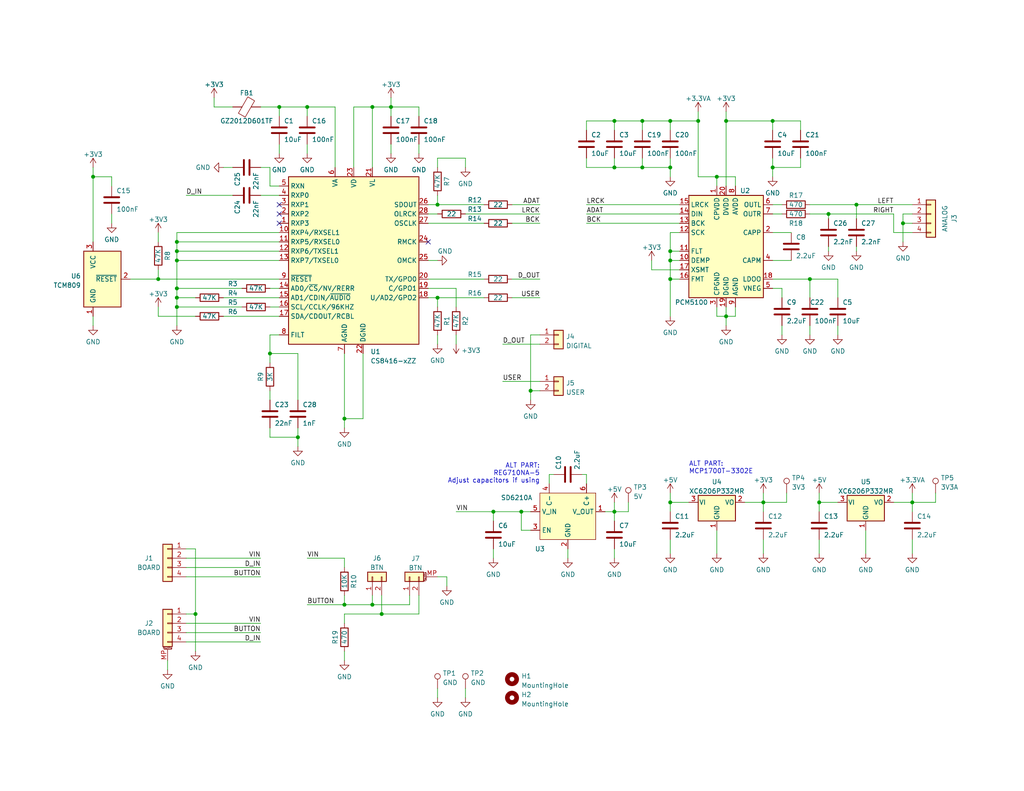
<source format=kicad_sch>
(kicad_sch (version 20211123) (generator eeschema)
  (paper "USLetter")
  (title_block (title "dac-attack") (date "2023-04-26") (rev "2023a") (company "Licensed under CERN-OHL-S v2"))
  (lib_symbols
    (symbol "Audio:CS8416-xZZ"
      (property "Reference" "U" (at 12.7 26.67 0))
      (property "Value" "CS8416-xZZ" (at 12.7 24.13 0))
      (symbol "CS8416-xZZ_1_1"
        (pin input line (at -20.32 10.16 0) (length 2.54) (name "RXP3") (number "1"))
        (pin input line (at -20.32 7.62 0) (length 2.54) (name "RXP4/RXSEL1") (number "10"))
        (pin input line (at -20.32 5.08 0) (length 2.54) (name "RXP5/RXSEL0") (number "11"))
        (pin input line (at -20.32 2.54 0) (length 2.54) (name "RXP6/TXSEL1") (number "12"))
        (pin input line (at -20.32 0 0) (length 2.54) (name "RXP7/TXSEL0") (number "13"))
        (pin input line (at -20.32 -7.62 0) (length 2.54) (name "AD0/~{CS}/NV/RERR") (number "14"))
        (pin input line (at -20.32 -10.16 0) (length 2.54) (name "AD1/CDIN/~{AUDIO}") (number "15"))
        (pin input line (at -20.32 -12.7 0) (length 2.54) (name "SCL/CCLK/96KHZ") (number "16"))
        (pin bidirectional line (at -20.32 -15.24 0) (length 2.54) (name "SDA/CDOUT/RCBL") (number "17"))
        (pin output line (at 20.32 -10.16 180) (length 2.54) (name "U/AD2/GPO2") (number "18"))
        (pin output line (at 20.32 -7.62 180) (length 2.54) (name "C/GPO1") (number "19"))
        (pin input line (at -20.32 12.7 0) (length 2.54) (name "RXP2") (number "2"))
        (pin output line (at 20.32 -5.08 180) (length 2.54) (name "TX/GPO0") (number "20"))
        (pin power_in line (at 5.08 25.4 270) (length 2.54) (name "VL") (number "21"))
        (pin power_in line (at 2.54 -25.4 90) (length 2.54) (name "DGND") (number "22"))
        (pin power_in line (at 0 25.4 270) (length 2.54) (name "VD") (number "23"))
        (pin output line (at 20.32 5.08 180) (length 2.54) (name "RMCK") (number "24"))
        (pin input line (at 20.32 0 180) (length 2.54) (name "OMCK") (number "25"))
        (pin output line (at 20.32 15.24 180) (length 2.54) (name "SDOUT") (number "26"))
        (pin bidirectional line (at 20.32 10.16 180) (length 2.54) (name "OSCLK") (number "27"))
        (pin bidirectional line (at 20.32 12.7 180) (length 2.54) (name "OLRCK") (number "28"))
        (pin input line (at -20.32 15.24 0) (length 2.54) (name "RXP1") (number "3"))
        (pin input line (at -20.32 17.78 0) (length 2.54) (name "RXP0") (number "4"))
        (pin input line (at -20.32 20.32 0) (length 2.54) (name "RXN") (number "5"))
        (pin power_in line (at -5.08 25.4 270) (length 2.54) (name "VA") (number "6"))
        (pin power_in line (at -2.54 -25.4 90) (length 2.54) (name "AGND") (number "7"))
        (pin passive line (at -20.32 -20.32 0) (length 2.54) (name "FILT") (number "8"))
        (pin input line (at -20.32 -5.08 0) (length 2.54) (name "~{RESET}") (number "9"))
      )
    )
    (symbol "Audio:PCM5100"
      (property "Reference" "U" (at -10.16 13.97 0))
      (property "Value" "PCM5100" (at 3.81 13.97 0))
      (symbol "PCM5100_1_1"
        (pin passive line (at -2.54 15.24 270) (length 2.54) (name "CPVDD") (number "1"))
        (pin input line (at -12.7 -5.08 0) (length 2.54) (name "DEMP") (number "10"))
        (pin input line (at -12.7 -2.54 0) (length 2.54) (name "FLT") (number "11"))
        (pin input line (at -12.7 2.54 0) (length 2.54) (name "SCK") (number "12"))
        (pin input line (at -12.7 5.08 0) (length 2.54) (name "BCK") (number "13"))
        (pin input line (at -12.7 7.62 0) (length 2.54) (name "DIN") (number "14"))
        (pin input line (at -12.7 10.16 0) (length 2.54) (name "LRCK") (number "15"))
        (pin input line (at -12.7 -10.16 0) (length 2.54) (name "FMT") (number "16"))
        (pin input line (at -12.7 -7.62 0) (length 2.54) (name "XSMT") (number "17"))
        (pin passive line (at 12.7 -10.16 180) (length 2.54) (name "LDOO") (number "18"))
        (pin power_in line (at 0 -17.78 90) (length 2.54) (name "DGND") (number "19"))
        (pin passive line (at 12.7 2.54 180) (length 2.54) (name "CAPP") (number "2"))
        (pin power_in line (at 0 15.24 270) (length 2.54) (name "DVDD") (number "20"))
        (pin power_in line (at -2.54 -17.78 90) (length 2.54) (name "CPGND") (number "3"))
        (pin passive line (at 12.7 -5.08 180) (length 2.54) (name "CAPM") (number "4"))
        (pin passive line (at 12.7 -12.7 180) (length 2.54) (name "VNEG") (number "5"))
        (pin output line (at 12.7 10.16 180) (length 2.54) (name "OUTL") (number "6"))
        (pin output line (at 12.7 7.62 180) (length 2.54) (name "OUTR") (number "7"))
        (pin power_in line (at 2.54 15.24 270) (length 2.54) (name "AVDD") (number "8"))
        (pin power_in line (at 2.54 -17.78 90) (length 2.54) (name "AGND") (number "9"))
      )
    )
    (symbol "Connector:TestPoint" (pin_numbers hide) (pin_names (offset 0.762) hide)
      (property "Reference" "TP" (at 0 6.858 0))
      (property "Value" "TestPoint" (at 0 5.08 0))
      (symbol "TestPoint_1_1"
        (pin passive line (at 0 0 90) (length 2.54) (name "1") (number "1"))
      )
    )
    (symbol "Connector_Generic:Conn_01x02" (pin_names (offset 1.016) hide)
      (property "Reference" "J" (at 0 2.54 0))
      (property "Value" "Conn_01x02" (at 0 -5.08 0))
      (symbol "Conn_01x02_1_1"
        (pin passive line (at -5.08 0 0) (length 3.81) (name "Pin_1") (number "1"))
        (pin passive line (at -5.08 -2.54 0) (length 3.81) (name "Pin_2") (number "2"))
      )
    )
    (symbol "Connector_Generic:Conn_01x04" (pin_names (offset 1.016) hide)
      (property "Reference" "J" (at 0 5.08 0))
      (property "Value" "Conn_01x04" (at 0 -7.62 0))
      (symbol "Conn_01x04_1_1"
        (pin passive line (at -5.08 2.54 0) (length 3.81) (name "Pin_1") (number "1"))
        (pin passive line (at -5.08 0 0) (length 3.81) (name "Pin_2") (number "2"))
        (pin passive line (at -5.08 -2.54 0) (length 3.81) (name "Pin_3") (number "3"))
        (pin passive line (at -5.08 -5.08 0) (length 3.81) (name "Pin_4") (number "4"))
      )
    )
    (symbol "Connector_Generic_MountingPin:Conn_01x02_MountingPin" (pin_names (offset 1.016) hide)
      (property "Reference" "J" (at 0 2.54 0))
      (property "Value" "Conn_01x02_MountingPin" (at 1.27 -5.08 0))
      (symbol "Conn_01x02_MountingPin_1_1"
        (text "Mounting" (at 0 -4.191 0) (effects (font (size 0.381 0.381))))
        (pin passive line (at -5.08 0 0) (length 3.81) (name "Pin_1") (number "1"))
        (pin passive line (at -5.08 -2.54 0) (length 3.81) (name "Pin_2") (number "2"))
        (pin passive line (at 0 -7.62 90) (length 3.048) (name "MountPin") (number "MP"))
      )
    )
    (symbol "Connector_Generic_MountingPin:Conn_01x04_MountingPin" (pin_names (offset 1.016) hide)
      (property "Reference" "J" (at 0 5.08 0))
      (property "Value" "Conn_01x04_MountingPin" (at 1.27 -7.62 0))
      (symbol "Conn_01x04_MountingPin_1_1"
        (text "Mounting" (at 0 -6.731 0) (effects (font (size 0.381 0.381))))
        (pin passive line (at -5.08 2.54 0) (length 3.81) (name "Pin_1") (number "1"))
        (pin passive line (at -5.08 0 0) (length 3.81) (name "Pin_2") (number "2"))
        (pin passive line (at -5.08 -2.54 0) (length 3.81) (name "Pin_3") (number "3"))
        (pin passive line (at -5.08 -5.08 0) (length 3.81) (name "Pin_4") (number "4"))
        (pin passive line (at 0 -10.16 90) (length 3.048) (name "MountPin") (number "MP"))
      )
    )
    (symbol "Device:C" (pin_numbers hide) (pin_names (offset 0.254))
      (property "Reference" "C" (at 0.635 2.54 0))
      (property "Value" "C" (at 0.635 -2.54 0))
      (symbol "C_1_1"
        (pin passive line (at 0 3.81 270) (length 2.794) (name "~") (number "1"))
        (pin passive line (at 0 -3.81 90) (length 2.794) (name "~") (number "2"))
      )
    )
    (symbol "Device:FerriteBead" (pin_numbers hide) (pin_names (offset 0))
      (property "Reference" "FB" (at -3.81 0.635 90))
      (property "Value" "FerriteBead" (at 3.81 0 90))
      (symbol "FerriteBead_1_1"
        (pin passive line (at 0 3.81 270) (length 2.54) (name "~") (number "1"))
        (pin passive line (at 0 -3.81 90) (length 2.54) (name "~") (number "2"))
      )
    )
    (symbol "Device:R" (pin_numbers hide) (pin_names (offset 0))
      (property "Reference" "R" (at 2.032 0 90))
      (property "Value" "R" (at 0 0 90))
      (symbol "R_1_1"
        (pin passive line (at 0 3.81 270) (length 1.27) (name "~") (number "1"))
        (pin passive line (at 0 -3.81 90) (length 1.27) (name "~") (number "2"))
      )
    )
    (symbol "Mechanical:MountingHole" (pin_names (offset 1.016))
      (property "Reference" "H" (at 0 5.08 0))
      (property "Value" "MountingHole" (at 0 3.175 0))
    )
    (symbol "Power_Supervisor:TCM809" (pin_names (offset 1.016))
      (property "Reference" "U" (at 0 8.89 0))
      (property "Value" "TCM809" (at -1.27 -8.89 0))
      (symbol "TCM809_1_1"
        (pin power_in line (at -2.54 -10.16 90) (length 2.54) (name "GND") (number "1"))
        (pin output line (at 7.62 0 180) (length 2.54) (name "~{RESET}") (number "2"))
        (pin power_in line (at -2.54 10.16 270) (length 2.54) (name "VCC") (number "3"))
      )
    )
    (symbol "Regulator_Linear:XC6206PxxxMR" (pin_names (offset 0.254))
      (property "Reference" "U" (at -3.81 3.175 0))
      (property "Value" "XC6206PxxxMR" (at 0 3.175 0))
      (symbol "XC6206PxxxMR_1_1"
        (pin power_in line (at 0 -7.62 90) (length 2.54) (name "GND") (number "1"))
        (pin power_out line (at 7.62 0 180) (length 2.54) (name "VO") (number "2"))
        (pin power_in line (at -7.62 0 0) (length 2.54) (name "VI") (number "3"))
      )
    )
    (symbol "dac-attack:REG710xxDBV"
      (property "Reference" "U" (at -7.62 -11.43 0))
      (property "Value" "REG710xxDBV" (at 7.62 -11.43 0))
      (symbol "REG710xxDBV_1_1"
        (pin power_out line (at 10.16 -2.54 180) (length 2.54) (name "V_OUT") (number "1"))
        (pin passive line (at 0 -12.7 90) (length 2.54) (name "GND") (number "2"))
        (pin input line (at -10.16 -7.62 0) (length 2.54) (name "EN") (number "3"))
        (pin passive line (at -5.08 5.08 270) (length 2.54) (name "C-") (number "4"))
        (pin power_in line (at -10.16 -2.54 0) (length 2.54) (name "V_IN") (number "5"))
        (pin passive line (at 5.08 5.08 270) (length 2.54) (name "C+") (number "6"))
      )
    )
    (symbol "power:+3.3V" (power) (pin_names (offset 0))
      (property "Value" "+3.3V" (at 0 3.556 0))
      (symbol "+3.3V_1_1"
        (pin power_in line (at 0 0 90) (length 0) hide (name "+3V3") (number "1"))
      )
    )
    (symbol "power:+3.3VA" (power) (pin_names (offset 0))
      (property "Value" "+3.3VA" (at 0 3.556 0))
      (symbol "+3.3VA_1_1"
        (pin power_in line (at 0 0 90) (length 0) hide (name "+3.3VA") (number "1"))
      )
    )
    (symbol "power:+5V" (power) (pin_names (offset 0))
      (property "Value" "+5V" (at 0 3.556 0))
      (symbol "+5V_1_1"
        (pin power_in line (at 0 0 90) (length 0) hide (name "+5V") (number "1"))
      )
    )
    (symbol "power:GND" (power) (pin_names (offset 0))
      (property "Value" "GND" (at 0 -3.81 0))
      (symbol "GND_1_1"
        (pin power_in line (at 0 0 270) (length 0) hide (name "GND") (number "1"))
      )
    )
  )
  (junction (at 48.26 68.58))
  (junction (at 48.26 78.74))
  (junction (at 210.82 33.02))
  (junction (at 81.28 119.38))
  (junction (at 43.18 76.2))
  (junction (at 190.5 33.02))
  (junction (at 106.68 29.21))
  (junction (at 76.2 29.21))
  (junction (at 142.24 139.7))
  (junction (at 119.38 81.28))
  (junction (at 182.88 45.72))
  (junction (at 53.34 167.64))
  (junction (at 182.88 76.2))
  (junction (at 119.38 55.88))
  (junction (at 73.66 96.52))
  (junction (at 182.88 71.12))
  (junction (at 246.38 60.96))
  (junction (at 25.4 48.26))
  (junction (at 208.28 137.16))
  (junction (at 198.12 33.02))
  (junction (at 175.26 33.02))
  (junction (at 182.88 68.58))
  (junction (at 233.68 55.88))
  (junction (at 198.12 86.36))
  (junction (at 182.88 137.16))
  (junction (at 195.58 48.26))
  (junction (at 223.52 137.16))
  (junction (at 175.26 45.72))
  (junction (at 134.62 139.7))
  (junction (at 104.14 167.64))
  (junction (at 48.26 83.82))
  (junction (at 144.78 106.68))
  (junction (at 48.26 71.12))
  (junction (at 93.98 114.3))
  (junction (at 83.82 29.21))
  (junction (at 48.26 66.04))
  (junction (at 248.92 137.16))
  (junction (at 167.64 139.7))
  (junction (at 226.06 58.42))
  (junction (at 220.98 76.2))
  (junction (at 101.6 165.1))
  (junction (at 210.82 45.72))
  (junction (at 48.26 81.28))
  (junction (at 167.64 45.72))
  (junction (at 167.64 33.02))
  (junction (at 182.88 33.02))
  (junction (at 101.6 29.21))
  (junction (at 93.98 165.1))
  (no_connect (at 116.84 66.04))
  (no_connect (at 76.2 55.88))
  (no_connect (at 76.2 58.42))
  (no_connect (at 76.2 60.96))
  (wire (pts (xy 223.52 147.32) (xy 223.52 151.13)))
  (wire (pts (xy 182.88 68.58) (xy 182.88 63.5)))
  (wire (pts (xy 53.34 167.64) (xy 53.34 177.8)))
  (wire (pts (xy 154.94 149.86) (xy 154.94 152.4)))
  (wire (pts (xy 182.88 71.12) (xy 185.42 71.12)))
  (wire (pts (xy 127 58.42) (xy 147.32 58.42)))
  (wire (pts (xy 248.92 137.16) (xy 255.27 137.16)))
  (wire (pts (xy 119.38 55.88) (xy 132.08 55.88)))
  (wire (pts (xy 139.7 60.96) (xy 147.32 60.96)))
  (wire (pts (xy 220.98 55.88) (xy 233.68 55.88)))
  (wire (pts (xy 71.12 45.72) (xy 73.66 45.72)))
  (wire (pts (xy 139.7 76.2) (xy 147.32 76.2)))
  (wire (pts (xy 144.78 91.44) (xy 144.78 106.68)))
  (wire (pts (xy 198.12 86.36) (xy 200.66 86.36)))
  (wire (pts (xy 119.38 81.28) (xy 119.38 83.82)))
  (wire (pts (xy 25.4 66.04) (xy 25.4 48.26)))
  (wire (pts (xy 200.66 48.26) (xy 200.66 50.8)))
  (wire (pts (xy 160.02 33.02) (xy 167.64 33.02)))
  (wire (pts (xy 158.75 129.54) (xy 160.02 129.54)))
  (wire (pts (xy 101.6 29.21) (xy 101.6 45.72)))
  (wire (pts (xy 93.98 152.4) (xy 83.82 152.4)))
  (wire (pts (xy 167.64 45.72) (xy 160.02 45.72)))
  (wire (pts (xy 71.12 29.21) (xy 76.2 29.21)))
  (wire (pts (xy 144.78 144.78) (xy 142.24 144.78)))
  (wire (pts (xy 210.82 55.88) (xy 213.36 55.88)))
  (wire (pts (xy 96.52 29.21) (xy 101.6 29.21)))
  (wire (pts (xy 182.88 147.32) (xy 182.88 151.13)))
  (wire (pts (xy 119.38 55.88) (xy 116.84 55.88)))
  (wire (pts (xy 73.66 83.82) (xy 76.2 83.82)))
  (wire (pts (xy 106.68 39.37) (xy 106.68 41.91)))
  (wire (pts (xy 167.64 33.02) (xy 175.26 33.02)))
  (wire (pts (xy 116.84 76.2) (xy 132.08 76.2)))
  (wire (pts (xy 233.68 55.88) (xy 248.92 55.88)))
  (wire (pts (xy 124.46 91.44) (xy 124.46 93.98)))
  (wire (pts (xy 104.14 167.64) (xy 104.14 162.56)))
  (wire (pts (xy 58.42 26.67) (xy 58.42 29.21)))
  (wire (pts (xy 151.13 129.54) (xy 149.86 129.54)))
  (wire (pts (xy 144.78 106.68) (xy 144.78 109.22)))
  (wire (pts (xy 73.66 106.68) (xy 73.66 109.22)))
  (wire (pts (xy 25.4 48.26) (xy 30.48 48.26)))
  (wire (pts (xy 182.88 76.2) (xy 182.88 86.36)))
  (wire (pts (xy 73.66 50.8) (xy 73.66 45.72)))
  (wire (pts (xy 73.66 96.52) (xy 81.28 96.52)))
  (wire (pts (xy 195.58 83.82) (xy 195.58 86.36)))
  (wire (pts (xy 220.98 88.9) (xy 220.98 91.44)))
  (wire (pts (xy 83.82 39.37) (xy 83.82 41.91)))
  (wire (pts (xy 203.2 137.16) (xy 208.28 137.16)))
  (wire (pts (xy 35.56 76.2) (xy 43.18 76.2)))
  (wire (pts (xy 124.46 78.74) (xy 124.46 83.82)))
  (wire (pts (xy 223.52 134.62) (xy 223.52 137.16)))
  (wire (pts (xy 182.88 76.2) (xy 185.42 76.2)))
  (wire (pts (xy 127 43.18) (xy 127 45.72)))
  (wire (pts (xy 167.64 139.7) (xy 167.64 142.24)))
  (wire (pts (xy 226.06 58.42) (xy 226.06 59.69)))
  (wire (pts (xy 93.98 96.52) (xy 93.98 114.3)))
  (wire (pts (xy 81.28 96.52) (xy 81.28 109.22)))
  (wire (pts (xy 111.76 165.1) (xy 111.76 162.56)))
  (wire (pts (xy 134.62 149.86) (xy 134.62 152.4)))
  (wire (pts (xy 119.38 53.34) (xy 119.38 55.88)))
  (wire (pts (xy 116.84 58.42) (xy 119.38 58.42)))
  (wire (pts (xy 76.2 50.8) (xy 73.66 50.8)))
  (wire (pts (xy 167.64 43.18) (xy 167.64 45.72)))
  (wire (pts (xy 182.88 137.16) (xy 182.88 139.7)))
  (wire (pts (xy 30.48 48.26) (xy 30.48 50.8)))
  (wire (pts (xy 114.3 29.21) (xy 114.3 31.75)))
  (wire (pts (xy 119.38 45.72) (xy 119.38 43.18)))
  (wire (pts (xy 144.78 91.44) (xy 147.32 91.44)))
  (wire (pts (xy 50.8 157.48) (xy 71.12 157.48)))
  (wire (pts (xy 246.38 60.96) (xy 246.38 66.04)))
  (wire (pts (xy 76.2 31.75) (xy 76.2 29.21)))
  (wire (pts (xy 248.92 134.62) (xy 248.92 137.16)))
  (wire (pts (xy 119.38 187.96) (xy 119.38 190.5)))
  (wire (pts (xy 48.26 68.58) (xy 76.2 68.58)))
  (wire (pts (xy 182.88 71.12) (xy 182.88 76.2)))
  (wire (pts (xy 233.68 67.31) (xy 233.68 68.58)))
  (wire (pts (xy 119.38 81.28) (xy 132.08 81.28)))
  (wire (pts (xy 210.82 78.74) (xy 213.36 78.74)))
  (wire (pts (xy 195.58 86.36) (xy 198.12 86.36)))
  (wire (pts (xy 116.84 71.12) (xy 119.38 71.12)))
  (wire (pts (xy 30.48 58.42) (xy 30.48 60.96)))
  (wire (pts (xy 114.3 39.37) (xy 114.3 41.91)))
  (wire (pts (xy 60.96 86.36) (xy 76.2 86.36)))
  (wire (pts (xy 214.63 137.16) (xy 214.63 134.62)))
  (wire (pts (xy 48.26 68.58) (xy 48.26 71.12)))
  (wire (pts (xy 48.26 81.28) (xy 48.26 83.82)))
  (wire (pts (xy 226.06 67.31) (xy 226.06 68.58)))
  (wire (pts (xy 233.68 55.88) (xy 233.68 59.69)))
  (wire (pts (xy 60.96 81.28) (xy 76.2 81.28)))
  (wire (pts (xy 63.5 45.72) (xy 60.96 45.72)))
  (wire (pts (xy 147.32 104.14) (xy 137.16 104.14)))
  (wire (pts (xy 198.12 86.36) (xy 198.12 88.9)))
  (wire (pts (xy 104.14 167.64) (xy 114.3 167.64)))
  (wire (pts (xy 208.28 137.16) (xy 208.28 139.7)))
  (wire (pts (xy 210.82 33.02) (xy 218.44 33.02)))
  (wire (pts (xy 48.26 78.74) (xy 48.26 81.28)))
  (wire (pts (xy 218.44 35.56) (xy 218.44 33.02)))
  (wire (pts (xy 43.18 73.66) (xy 43.18 76.2)))
  (wire (pts (xy 195.58 144.78) (xy 195.58 151.13)))
  (wire (pts (xy 210.82 58.42) (xy 213.36 58.42)))
  (wire (pts (xy 48.26 66.04) (xy 48.26 68.58)))
  (wire (pts (xy 50.8 167.64) (xy 53.34 167.64)))
  (wire (pts (xy 160.02 55.88) (xy 185.42 55.88)))
  (wire (pts (xy 255.27 137.16) (xy 255.27 134.62)))
  (wire (pts (xy 182.88 63.5) (xy 185.42 63.5)))
  (wire (pts (xy 71.12 53.34) (xy 76.2 53.34)))
  (wire (pts (xy 139.7 55.88) (xy 147.32 55.88)))
  (wire (pts (xy 243.84 58.42) (xy 243.84 63.5)))
  (wire (pts (xy 101.6 29.21) (xy 106.68 29.21)))
  (wire (pts (xy 144.78 106.68) (xy 147.32 106.68)))
  (wire (pts (xy 93.98 165.1) (xy 101.6 165.1)))
  (wire (pts (xy 160.02 33.02) (xy 160.02 35.56)))
  (wire (pts (xy 25.4 86.36) (xy 25.4 88.9)))
  (wire (pts (xy 106.68 29.21) (xy 106.68 31.75)))
  (wire (pts (xy 48.26 66.04) (xy 76.2 66.04)))
  (wire (pts (xy 220.98 76.2) (xy 220.98 81.28)))
  (wire (pts (xy 101.6 165.1) (xy 111.76 165.1)))
  (wire (pts (xy 175.26 43.18) (xy 175.26 45.72)))
  (wire (pts (xy 48.26 81.28) (xy 53.34 81.28)))
  (wire (pts (xy 190.5 33.02) (xy 190.5 48.26)))
  (wire (pts (xy 116.84 60.96) (xy 132.08 60.96)))
  (wire (pts (xy 93.98 167.64) (xy 93.98 170.18)))
  (wire (pts (xy 175.26 33.02) (xy 175.26 35.56)))
  (wire (pts (xy 208.28 137.16) (xy 214.63 137.16)))
  (wire (pts (xy 48.26 78.74) (xy 66.04 78.74)))
  (wire (pts (xy 208.28 134.62) (xy 208.28 137.16)))
  (wire (pts (xy 182.88 134.62) (xy 182.88 137.16)))
  (wire (pts (xy 116.84 78.74) (xy 124.46 78.74)))
  (wire (pts (xy 248.92 58.42) (xy 246.38 58.42)))
  (wire (pts (xy 147.32 93.98) (xy 137.16 93.98)))
  (wire (pts (xy 223.52 137.16) (xy 223.52 139.7)))
  (wire (pts (xy 248.92 147.32) (xy 248.92 151.13)))
  (wire (pts (xy 210.82 45.72) (xy 218.44 45.72)))
  (wire (pts (xy 210.82 71.12) (xy 215.9 71.12)))
  (wire (pts (xy 83.82 31.75) (xy 83.82 29.21)))
  (wire (pts (xy 83.82 165.1) (xy 93.98 165.1)))
  (wire (pts (xy 53.34 149.86) (xy 53.34 167.64)))
  (wire (pts (xy 119.38 157.48) (xy 121.92 157.48)))
  (wire (pts (xy 127 187.96) (xy 127 190.5)))
  (wire (pts (xy 48.26 83.82) (xy 66.04 83.82)))
  (wire (pts (xy 208.28 147.32) (xy 208.28 151.13)))
  (wire (pts (xy 182.88 33.02) (xy 190.5 33.02)))
  (wire (pts (xy 210.82 45.72) (xy 210.82 48.26)))
  (wire (pts (xy 210.82 76.2) (xy 220.98 76.2)))
  (wire (pts (xy 210.82 63.5) (xy 215.9 63.5)))
  (wire (pts (xy 182.88 68.58) (xy 185.42 68.58)))
  (wire (pts (xy 106.68 26.67) (xy 106.68 29.21)))
  (wire (pts (xy 182.88 45.72) (xy 175.26 45.72)))
  (wire (pts (xy 220.98 58.42) (xy 226.06 58.42)))
  (wire (pts (xy 71.12 152.4) (xy 50.8 152.4)))
  (wire (pts (xy 210.82 33.02) (xy 210.82 35.56)))
  (wire (pts (xy 142.24 139.7) (xy 142.24 144.78)))
  (wire (pts (xy 160.02 58.42) (xy 185.42 58.42)))
  (wire (pts (xy 243.84 63.5) (xy 248.92 63.5)))
  (wire (pts (xy 76.2 91.44) (xy 73.66 91.44)))
  (wire (pts (xy 165.1 139.7) (xy 167.64 139.7)))
  (wire (pts (xy 195.58 48.26) (xy 195.58 50.8)))
  (wire (pts (xy 124.46 139.7) (xy 134.62 139.7)))
  (wire (pts (xy 25.4 45.72) (xy 25.4 48.26)))
  (wire (pts (xy 210.82 43.18) (xy 210.82 45.72)))
  (wire (pts (xy 190.5 48.26) (xy 195.58 48.26)))
  (wire (pts (xy 177.8 73.66) (xy 185.42 73.66)))
  (wire (pts (xy 149.86 129.54) (xy 149.86 132.08)))
  (wire (pts (xy 50.8 172.72) (xy 71.12 172.72)))
  (wire (pts (xy 48.26 83.82) (xy 48.26 88.9)))
  (wire (pts (xy 182.88 43.18) (xy 182.88 45.72)))
  (wire (pts (xy 48.26 63.5) (xy 48.26 66.04)))
  (wire (pts (xy 198.12 83.82) (xy 198.12 86.36)))
  (wire (pts (xy 200.66 86.36) (xy 200.66 83.82)))
  (wire (pts (xy 58.42 29.21) (xy 63.5 29.21)))
  (wire (pts (xy 228.6 88.9) (xy 228.6 91.44)))
  (wire (pts (xy 198.12 33.02) (xy 198.12 50.8)))
  (wire (pts (xy 43.18 76.2) (xy 76.2 76.2)))
  (wire (pts (xy 160.02 129.54) (xy 160.02 132.08)))
  (wire (pts (xy 198.12 33.02) (xy 210.82 33.02)))
  (wire (pts (xy 167.64 33.02) (xy 167.64 35.56)))
  (wire (pts (xy 73.66 78.74) (xy 76.2 78.74)))
  (wire (pts (xy 243.84 137.16) (xy 248.92 137.16)))
  (wire (pts (xy 114.3 167.64) (xy 114.3 162.56)))
  (wire (pts (xy 223.52 137.16) (xy 228.6 137.16)))
  (wire (pts (xy 182.88 33.02) (xy 182.88 35.56)))
  (wire (pts (xy 116.84 81.28) (xy 119.38 81.28)))
  (wire (pts (xy 50.8 149.86) (xy 53.34 149.86)))
  (wire (pts (xy 182.88 68.58) (xy 182.88 71.12)))
  (wire (pts (xy 167.64 137.16) (xy 167.64 139.7)))
  (wire (pts (xy 43.18 63.5) (xy 43.18 66.04)))
  (wire (pts (xy 195.58 48.26) (xy 200.66 48.26)))
  (wire (pts (xy 144.78 139.7) (xy 142.24 139.7)))
  (wire (pts (xy 248.92 137.16) (xy 248.92 139.7)))
  (wire (pts (xy 177.8 71.12) (xy 177.8 73.66)))
  (wire (pts (xy 220.98 76.2) (xy 228.6 76.2)))
  (wire (pts (xy 175.26 33.02) (xy 182.88 33.02)))
  (wire (pts (xy 50.8 53.34) (xy 63.5 53.34)))
  (wire (pts (xy 167.64 149.86) (xy 167.64 152.4)))
  (wire (pts (xy 182.88 45.72) (xy 182.88 48.26)))
  (wire (pts (xy 73.66 96.52) (xy 73.66 99.06)))
  (wire (pts (xy 50.8 154.94) (xy 71.12 154.94)))
  (wire (pts (xy 50.8 175.26) (xy 71.12 175.26)))
  (wire (pts (xy 93.98 177.8) (xy 93.98 180.34)))
  (wire (pts (xy 101.6 165.1) (xy 101.6 162.56)))
  (wire (pts (xy 160.02 60.96) (xy 185.42 60.96)))
  (wire (pts (xy 106.68 29.21) (xy 114.3 29.21)))
  (wire (pts (xy 182.88 137.16) (xy 187.96 137.16)))
  (wire (pts (xy 81.28 119.38) (xy 81.28 121.92)))
  (wire (pts (xy 81.28 116.84) (xy 81.28 119.38)))
  (wire (pts (xy 246.38 60.96) (xy 248.92 60.96)))
  (wire (pts (xy 175.26 45.72) (xy 167.64 45.72)))
  (wire (pts (xy 119.38 91.44) (xy 119.38 93.98)))
  (wire (pts (xy 83.82 29.21) (xy 91.44 29.21)))
  (wire (pts (xy 43.18 83.82) (xy 43.18 86.36)))
  (wire (pts (xy 93.98 162.56) (xy 93.98 165.1)))
  (wire (pts (xy 190.5 30.48) (xy 190.5 33.02)))
  (wire (pts (xy 213.36 78.74) (xy 213.36 81.28)))
  (wire (pts (xy 93.98 154.94) (xy 93.98 152.4)))
  (wire (pts (xy 119.38 43.18) (xy 127 43.18)))
  (wire (pts (xy 76.2 29.21) (xy 83.82 29.21)))
  (wire (pts (xy 96.52 45.72) (xy 96.52 29.21)))
  (wire (pts (xy 160.02 43.18) (xy 160.02 45.72)))
  (wire (pts (xy 50.8 170.18) (xy 71.12 170.18)))
  (wire (pts (xy 134.62 139.7) (xy 134.62 142.24)))
  (wire (pts (xy 228.6 76.2) (xy 228.6 81.28)))
  (wire (pts (xy 48.26 71.12) (xy 48.26 78.74)))
  (wire (pts (xy 99.06 96.52) (xy 99.06 114.3)))
  (wire (pts (xy 91.44 29.21) (xy 91.44 45.72)))
  (wire (pts (xy 121.92 157.48) (xy 121.92 160.02)))
  (wire (pts (xy 171.45 139.7) (xy 171.45 137.16)))
  (wire (pts (xy 93.98 167.64) (xy 104.14 167.64)))
  (wire (pts (xy 99.06 114.3) (xy 93.98 114.3)))
  (wire (pts (xy 73.66 119.38) (xy 81.28 119.38)))
  (wire (pts (xy 213.36 88.9) (xy 213.36 91.44)))
  (wire (pts (xy 226.06 58.42) (xy 243.84 58.42)))
  (wire (pts (xy 218.44 45.72) (xy 218.44 43.18)))
  (wire (pts (xy 73.66 91.44) (xy 73.66 96.52)))
  (wire (pts (xy 142.24 139.7) (xy 134.62 139.7)))
  (wire (pts (xy 48.26 63.5) (xy 76.2 63.5)))
  (wire (pts (xy 198.12 30.48) (xy 198.12 33.02)))
  (wire (pts (xy 48.26 71.12) (xy 76.2 71.12)))
  (wire (pts (xy 167.64 139.7) (xy 171.45 139.7)))
  (wire (pts (xy 73.66 116.84) (xy 73.66 119.38)))
  (wire (pts (xy 246.38 58.42) (xy 246.38 60.96)))
  (wire (pts (xy 236.22 144.78) (xy 236.22 151.13)))
  (wire (pts (xy 45.72 180.34) (xy 45.72 182.88)))
  (wire (pts (xy 76.2 39.37) (xy 76.2 41.91)))
  (wire (pts (xy 93.98 114.3) (xy 93.98 116.84)))
  (wire (pts (xy 139.7 81.28) (xy 147.32 81.28)))
  (wire (pts (xy 43.18 86.36) (xy 53.34 86.36)))
  (text "ALT PART:\nMCP1700T-3302E" (at 187.96 129.54 0) (effects (font (size 1.27 1.27)) (justify left bottom)))
  (text "ALT PART:\nREG710NA-5\nAdjust capacitors if using" (at 147.32 132.08 180) (effects (font (size 1.27 1.27)) (justify right bottom)))
  (label "LEFT" (at 243.84 55.88 180))
  (label "VIN" (at 83.82 152.4 0))
  (label "D_IN" (at 50.8 53.34 0))
  (label "BUTTON" (at 71.12 157.48 180))
  (label "BCK" (at 147.32 60.96 180))
  (label "VIN" (at 71.12 170.18 180))
  (label "BUTTON" (at 71.12 172.72 180))
  (label "VIN" (at 124.46 139.7 0))
  (label "D_OUT" (at 137.16 93.98 0))
  (label "D_IN" (at 71.12 175.26 180))
  (label "RIGHT" (at 243.84 58.42 180))
  (label "BCK" (at 160.02 60.96 0))
  (label "ADAT" (at 160.02 58.42 0))
  (label "USER" (at 137.16 104.14 0))
  (label "LRCK" (at 160.02 55.88 0))
  (label "D_OUT" (at 147.32 76.2 180))
  (label "VIN" (at 71.12 152.4 180))
  (label "D_IN" (at 71.12 154.94 180))
  (label "USER" (at 147.32 81.28 180))
  (label "ADAT" (at 147.32 55.88 180))
  (label "BUTTON" (at 83.82 165.1 0))
  (label "LRCK" (at 147.32 58.42 180))
  (symbol (lib_id "Device:R") (at 217.17 55.88 90) (mirror x) (unit 1)
    (property "Reference" "R17" (at 217.17 53.34 90))
    (property "Value" "470" (at 217.17 55.88 90))
    (property "Footprint" "Resistor_SMD:R_0402_1005Metric" (effects hide))
  )
  (symbol (lib_id "power:GND") (at 144.78 109.22 0) (unit 1)
    (property "Reference" "#PWR0112" (effects hide))
    (property "Value" "GND" (at 144.78 113.6634 0))
  )
  (symbol (lib_id "Device:R") (at 135.89 55.88 90) (unit 1)
    (property "Reference" "R12" (at 129.54 54.61 90))
    (property "Value" "22" (at 135.89 55.88 90))
    (property "Footprint" "Resistor_SMD:R_0402_1005Metric" (effects hide))
  )
  (symbol (lib_id "Device:C") (at 67.31 45.72 90) (mirror x) (unit 1)
    (property "Reference" "C25" (at 64.77 46.99 0) (effects (justify left)))
    (property "Value" "22nF" (at 69.85 46.99 0) (effects (justify left)))
    (property "Footprint" "Capacitor_SMD:C_0402_1005Metric" (effects hide))
  )
  (symbol (lib_id "power:+3.3V") (at 177.8 71.12 0) (unit 1)
    (property "Reference" "#PWR0105" (effects hide))
    (property "Value" "+3.3V" (at 177.8 67.5442 0))
  )
  (symbol (lib_id "power:GND") (at 48.26 88.9 0) (unit 1)
    (property "Reference" "#PWR0119" (effects hide))
    (property "Value" "GND" (at 48.26 93.3434 0))
  )
  (symbol (lib_id "power:GND") (at 154.94 152.4 0) (unit 1)
    (property "Reference" "#PWR0145" (effects hide))
    (property "Value" "GND" (at 154.94 156.8434 0))
  )
  (symbol (lib_id "Connector_Generic_MountingPin:Conn_01x02_MountingPin") (at 111.76 157.48 90) (unit 1)
    (property "Reference" "J7" (at 113.3856 152.5102 90))
    (property "Value" "BTN" (at 113.3856 155.0471 90))
    (property "Footprint" "Connector_JST:JST_SH_SM02B-SRSS-TB_1x02-1MP_P1.00mm_Horizontal" (effects hide))
  )
  (symbol (lib_id "power:+3.3V") (at 208.28 134.62 0) (unit 1)
    (property "Reference" "#PWR0113" (effects hide))
    (property "Value" "+3.3V" (at 208.28 131.0442 0))
  )
  (symbol (lib_id "Device:C") (at 226.06 63.5 0) (unit 1)
    (property "Reference" "C26" (at 227.33 60.96 0) (effects (justify left)))
    (property "Value" "2.2nF" (at 227.33 66.04 0) (effects (justify left)))
    (property "Footprint" "Capacitor_SMD:C_0805_2012Metric" (effects hide))
  )
  (symbol (lib_id "Device:C") (at 223.52 143.51 0) (unit 1)
    (property "Reference" "C13" (at 224.79 140.97 0) (effects (justify left)))
    (property "Value" "2.2uF" (at 224.79 146.05 0) (effects (justify left)))
    (property "Footprint" "Capacitor_SMD:C_0603_1608Metric" (effects hide))
  )
  (symbol (lib_id "Device:R") (at 93.98 158.75 0) (unit 1)
    (property "Reference" "R10" (at 96.52 158.75 90))
    (property "Value" "10K" (at 93.98 158.75 90))
    (property "Footprint" "Resistor_SMD:R_0402_1005Metric" (effects hide))
  )
  (symbol (lib_id "Device:R") (at 124.46 87.63 0) (unit 1)
    (property "Reference" "R2" (at 127 87.63 90))
    (property "Value" "47K" (at 124.46 87.63 90))
    (property "Footprint" "Resistor_SMD:R_0402_1005Metric" (effects hide))
  )
  (symbol (lib_id "power:GND") (at 182.88 48.26 0) (unit 1)
    (property "Reference" "#PWR0136" (effects hide))
    (property "Value" "GND" (at 182.88 52.7034 0))
  )
  (symbol (lib_id "Connector_Generic:Conn_01x02") (at 101.6 157.48 90) (unit 1)
    (property "Reference" "J6" (at 102.87 152.4 90))
    (property "Value" "BTN" (at 102.87 154.94 90))
    (property "Footprint" "Connector_PinHeader_2.54mm:PinHeader_1x02_P2.54mm_Vertical" (effects hide))
  )
  (symbol (lib_id "Audio:PCM5100") (at 198.12 66.04 0) (unit 1)
    (property "Reference" "U2" (at 201.93 52.07 0) (effects (justify left)))
    (property "Value" "PCM5100" (at 184.15 82.55 0) (effects (justify left)))
    (property "Footprint" "Package_SO:TSSOP-20_4.4x6.5mm_P0.65mm" (effects hide))
    (property "Datasheet" "http://www.ti.com/lit/ds/symlink/pcm5100.pdf" (effects hide))
  )
  (symbol (lib_id "power:GND") (at 233.68 68.58 0) (unit 1)
    (property "Reference" "#PWR0128" (effects hide))
    (property "Value" "GND" (at 233.68 73.0234 0))
  )
  (symbol (lib_id "dac-attack:REG710xxDBV") (at 154.94 137.16 0) (unit 1)
    (property "Reference" "U3" (at 147.32 149.86 0))
    (property "Value" "SD6210A" (at 140.97 135.89 0))
    (property "Footprint" "Package_TO_SOT_SMD:SOT-23-6" (effects hide))
  )
  (symbol (lib_id "Device:R") (at 123.19 58.42 90) (unit 1)
    (property "Reference" "R13" (at 129.54 57.15 90))
    (property "Value" "22" (at 123.19 58.42 90))
    (property "Footprint" "Resistor_SMD:R_0402_1005Metric" (effects hide))
  )
  (symbol (lib_id "power:GND") (at 127 45.72 0) (unit 1)
    (property "Reference" "#PWR0138" (effects hide))
    (property "Value" "GND" (at 127 50.1634 0))
  )
  (symbol (lib_id "power:GND") (at 127 190.5 0) (unit 1)
    (property "Reference" "#PWR0151" (effects hide))
    (property "Value" "GND" (at 127 194.9434 0))
  )
  (symbol (lib_id "Device:FerriteBead") (at 67.31 29.21 90) (unit 1)
    (property "Reference" "FB1" (at 67.31 25.4 90))
    (property "Value" "GZ2012D601TF" (at 67.31 33.02 90))
    (property "Footprint" "Inductor_SMD:L_0805_2012Metric" (effects hide))
  )
  (symbol (lib_id "power:+3.3VA") (at 248.92 134.62 0) (unit 1)
    (property "Reference" "#PWR0143" (effects hide))
    (property "Value" "+3.3VA" (at 248.92 131.0442 0))
  )
  (symbol (lib_id "power:GND") (at 248.92 151.13 0) (unit 1)
    (property "Reference" "#PWR0120" (effects hide))
    (property "Value" "GND" (at 248.92 155.5734 0))
  )
  (symbol (lib_id "Regulator_Linear:XC6206PxxxMR") (at 195.58 137.16 0) (unit 1)
    (property "Reference" "U4" (at 195.58 131.5552 0))
    (property "Value" "XC6206P332MR" (at 195.58 134.0921 0))
    (property "Footprint" "Package_TO_SOT_SMD:SOT-23" (effects hide))
    (property "Datasheet" "https://www.torexsemi.com/file/xc6206/XC6206.pdf" (effects hide))
  )
  (symbol (lib_id "power:+3.3VA") (at 190.5 30.48 0) (unit 1)
    (property "Reference" "#PWR0121" (effects hide))
    (property "Value" "+3.3VA" (at 190.5 26.9042 0))
  )
  (symbol (lib_id "power:GND") (at 198.12 88.9 0) (unit 1)
    (property "Reference" "#PWR0130" (effects hide))
    (property "Value" "GND" (at 198.12 93.3434 0))
  )
  (symbol (lib_id "Audio:CS8416-xZZ") (at 96.52 71.12 0) (unit 1)
    (property "Reference" "U1" (at 101.0794 96.0104 0) (effects (justify left)))
    (property "Value" "CS8416-xZZ" (at 101.0794 98.5473 0) (effects (justify left)))
    (property "Footprint" "Package_SO:TSSOP-28_4.4x9.7mm_P0.65mm" (effects hide))
    (property "Datasheet" "https://d3uzseaevmutz1.cloudfront.net/pubs/proDatasheet/CS8416_F3.pdf" (effects hide))
  )
  (symbol (lib_id "power:GND") (at 213.36 91.44 0) (unit 1)
    (property "Reference" "#PWR0131" (effects hide))
    (property "Value" "GND" (at 213.36 95.8834 0))
  )
  (symbol (lib_id "Connector_Generic:Conn_01x02") (at 152.4 104.14 0) (unit 1)
    (property "Reference" "J5" (at 154.432 104.5753 0) (effects (justify left)))
    (property "Value" "USER" (at 154.432 107.1122 0) (effects (justify left)))
    (property "Footprint" "Connector_PinHeader_2.54mm:PinHeader_1x02_P2.54mm_Vertical" (effects hide))
  )
  (symbol (lib_id "Device:C") (at 106.68 35.56 0) (unit 1)
    (property "Reference" "C17" (at 107.95 33.02 0) (effects (justify left)))
    (property "Value" "100nF" (at 107.95 38.1 0) (effects (justify left)))
    (property "Footprint" "Capacitor_SMD:C_0402_1005Metric" (effects hide))
  )
  (symbol (lib_id "Device:C") (at 167.64 146.05 0) (unit 1)
    (property "Reference" "C7" (at 168.91 143.51 0) (effects (justify left)))
    (property "Value" "10uF" (at 168.91 148.59 0) (effects (justify left)))
    (property "Footprint" "Capacitor_SMD:C_0603_1608Metric" (effects hide))
  )
  (symbol (lib_id "power:GND") (at 226.06 68.58 0) (unit 1)
    (property "Reference" "#PWR0127" (effects hide))
    (property "Value" "GND" (at 226.06 73.0234 0))
  )
  (symbol (lib_id "power:GND") (at 182.88 151.13 0) (unit 1)
    (property "Reference" "#PWR0115" (effects hide))
    (property "Value" "GND" (at 182.88 155.5734 0))
  )
  (symbol (lib_id "Device:C") (at 81.28 113.03 0) (unit 1)
    (property "Reference" "C28" (at 82.55 110.49 0) (effects (justify left)))
    (property "Value" "1nF" (at 82.55 115.57 0) (effects (justify left)))
    (property "Footprint" "Capacitor_SMD:C_0402_1005Metric" (effects hide))
  )
  (symbol (lib_id "power:GND") (at 93.98 116.84 0) (unit 1)
    (property "Reference" "#PWR0102" (effects hide))
    (property "Value" "GND" (at 93.98 121.2834 0))
  )
  (symbol (lib_id "power:GND") (at 228.6 91.44 0) (unit 1)
    (property "Reference" "#PWR0129" (effects hide))
    (property "Value" "GND" (at 228.6 95.8834 0))
  )
  (symbol (lib_id "Device:C") (at 134.62 146.05 0) (unit 1)
    (property "Reference" "C6" (at 135.89 143.51 0) (effects (justify left)))
    (property "Value" "10uF" (at 135.89 148.59 0) (effects (justify left)))
    (property "Footprint" "Capacitor_SMD:C_0603_1608Metric" (effects hide))
  )
  (symbol (lib_id "Device:C") (at 210.82 39.37 0) (unit 1)
    (property "Reference" "C4" (at 212.09 36.83 0) (effects (justify left)))
    (property "Value" "10uF" (at 212.09 41.91 0) (effects (justify left)))
    (property "Footprint" "Capacitor_SMD:C_0603_1608Metric" (effects hide))
  )
  (symbol (lib_id "power:GND") (at 30.48 60.96 0) (unit 1)
    (property "Reference" "#PWR0149" (effects hide))
    (property "Value" "GND" (at 30.48 65.4034 0))
  )
  (symbol (lib_id "Device:R") (at 57.15 86.36 90) (unit 1)
    (property "Reference" "R6" (at 63.5 85.09 90))
    (property "Value" "47K" (at 57.15 86.36 90))
    (property "Footprint" "Resistor_SMD:R_0402_1005Metric" (effects hide))
  )
  (symbol (lib_id "power:+3.3V") (at 25.4 45.72 0) (unit 1)
    (property "Reference" "#PWR0150" (effects hide))
    (property "Value" "+3.3V" (at 25.4 42.1442 0))
  )
  (symbol (lib_id "power:GND") (at 119.38 93.98 0) (unit 1)
    (property "Reference" "#PWR0104" (effects hide))
    (property "Value" "GND" (at 119.38 98.4234 0))
  )
  (symbol (lib_id "Regulator_Linear:XC6206PxxxMR") (at 236.22 137.16 0) (unit 1)
    (property "Reference" "U5" (at 236.22 131.5552 0))
    (property "Value" "XC6206P332MR" (at 236.22 134.0921 0))
    (property "Footprint" "Package_TO_SOT_SMD:SOT-23" (effects hide))
    (property "Datasheet" "https://www.torexsemi.com/file/xc6206/XC6206.pdf" (effects hide))
  )
  (symbol (lib_id "Device:R") (at 69.85 78.74 90) (unit 1)
    (property "Reference" "R3" (at 63.5 77.47 90))
    (property "Value" "47K" (at 69.85 78.74 90))
    (property "Footprint" "Resistor_SMD:R_0402_1005Metric" (effects hide))
  )
  (symbol (lib_id "Device:C") (at 218.44 39.37 0) (unit 1)
    (property "Reference" "C21" (at 219.71 36.83 0) (effects (justify left)))
    (property "Value" "100nF" (at 219.71 41.91 0) (effects (justify left)))
    (property "Footprint" "Capacitor_SMD:C_0402_1005Metric" (effects hide))
  )
  (symbol (lib_id "power:GND") (at 246.38 66.04 0) (unit 1)
    (property "Reference" "#PWR0126" (effects hide))
    (property "Value" "GND" (at 246.38 70.4834 0))
  )
  (symbol (lib_id "Device:C") (at 208.28 143.51 0) (unit 1)
    (property "Reference" "C12" (at 209.55 140.97 0) (effects (justify left)))
    (property "Value" "2.2uF" (at 209.55 146.05 0) (effects (justify left)))
    (property "Footprint" "Capacitor_SMD:C_0603_1608Metric" (effects hide))
  )
  (symbol (lib_id "Device:C") (at 182.88 39.37 0) (unit 1)
    (property "Reference" "C20" (at 184.15 36.83 0) (effects (justify left)))
    (property "Value" "100nF" (at 184.15 41.91 0) (effects (justify left)))
    (property "Footprint" "Capacitor_SMD:C_0402_1005Metric" (effects hide))
  )
  (symbol (lib_id "Connector_Generic:Conn_01x04") (at 254 58.42 0) (unit 1)
    (property "Reference" "J3" (at 260.35 59.69 90))
    (property "Value" "ANALOG" (at 257.81 59.69 90))
    (property "Footprint" "dac-attack:0705530003" (effects hide))
  )
  (symbol (lib_id "power:GND") (at 53.34 177.8 0) (unit 1)
    (property "Reference" "#PWR0114" (effects hide))
    (property "Value" "GND" (at 53.34 182.2434 0))
  )
  (symbol (lib_id "Connector:TestPoint") (at 119.38 187.96 0) (unit 1)
    (property "Reference" "TP1" (at 120.777 183.8233 0) (effects (justify left)))
    (property "Value" "GND" (at 120.777 186.3602 0) (effects (justify left)))
    (property "Footprint" "TestPoint:TestPoint_Keystone_5000-5004_Miniature" (effects hide))
  )
  (symbol (lib_id "Device:C") (at 167.64 39.37 0) (unit 1)
    (property "Reference" "C3" (at 168.91 36.83 0) (effects (justify left)))
    (property "Value" "10uF" (at 168.91 41.91 0) (effects (justify left)))
    (property "Footprint" "Capacitor_SMD:C_0603_1608Metric" (effects hide))
  )
  (symbol (lib_id "power:+5V") (at 167.64 137.16 0) (unit 1)
    (property "Reference" "#PWR0146" (effects hide))
    (property "Value" "+5V" (at 167.64 133.5842 0))
  )
  (symbol (lib_id "power:+3.3V") (at 106.68 26.67 0) (unit 1)
    (property "Reference" "#PWR0133" (effects hide))
    (property "Value" "+3.3V" (at 106.68 23.0942 0))
  )
  (symbol (lib_id "power:GND") (at 182.88 86.36 0) (unit 1)
    (property "Reference" "#PWR0125" (effects hide))
    (property "Value" "GND" (at 182.88 90.8034 0))
  )
  (symbol (lib_id "power:GND") (at 195.58 151.13 0) (unit 1)
    (property "Reference" "#PWR0116" (effects hide))
    (property "Value" "GND" (at 195.58 155.5734 0))
  )
  (symbol (lib_id "power:+5V") (at 182.88 134.62 0) (unit 1)
    (property "Reference" "#PWR0141" (effects hide))
    (property "Value" "+5V" (at 182.88 131.0442 0))
  )
  (symbol (lib_id "Mechanical:MountingHole") (at 139.7 190.5 0) (unit 1)
    (property "Reference" "H2" (at 142.24 189.6653 0) (effects (justify left)))
    (property "Value" "MountingHole" (at 142.24 192.2022 0) (effects (justify left)))
    (property "Footprint" "MountingHole:MountingHole_3.2mm_M3" (effects hide))
  )
  (symbol (lib_id "Device:R") (at 43.18 69.85 0) (unit 1)
    (property "Reference" "R8" (at 45.72 69.85 90))
    (property "Value" "47K" (at 43.18 69.85 90))
    (property "Footprint" "Resistor_SMD:R_0402_1005Metric" (effects hide))
  )
  (symbol (lib_id "Device:C") (at 83.82 35.56 0) (unit 1)
    (property "Reference" "C16" (at 85.09 33.02 0) (effects (justify left)))
    (property "Value" "100nF" (at 85.09 38.1 0) (effects (justify left)))
    (property "Footprint" "Capacitor_SMD:C_0402_1005Metric" (effects hide))
  )
  (symbol (lib_id "Device:C") (at 67.31 53.34 90) (mirror x) (unit 1)
    (property "Reference" "C24" (at 64.77 54.61 0) (effects (justify left)))
    (property "Value" "22nF" (at 69.85 54.61 0) (effects (justify left)))
    (property "Footprint" "Capacitor_SMD:C_0402_1005Metric" (effects hide))
  )
  (symbol (lib_id "Device:C") (at 175.26 39.37 0) (unit 1)
    (property "Reference" "C19" (at 176.53 36.83 0) (effects (justify left)))
    (property "Value" "100nF" (at 176.53 41.91 0) (effects (justify left)))
    (property "Footprint" "Capacitor_SMD:C_0402_1005Metric" (effects hide))
  )
  (symbol (lib_id "power:GND") (at 220.98 91.44 0) (unit 1)
    (property "Reference" "#PWR0132" (effects hide))
    (property "Value" "GND" (at 220.98 95.8834 0))
  )
  (symbol (lib_id "power:GND") (at 223.52 151.13 0) (unit 1)
    (property "Reference" "#PWR0140" (effects hide))
    (property "Value" "GND" (at 223.52 155.5734 0))
  )
  (symbol (lib_id "Mechanical:MountingHole") (at 139.7 185.42 0) (unit 1)
    (property "Reference" "H1" (at 142.24 184.5853 0) (effects (justify left)))
    (property "Value" "MountingHole" (at 142.24 187.1222 0) (effects (justify left)))
    (property "Footprint" "MountingHole:MountingHole_3.2mm_M3" (effects hide))
  )
  (symbol (lib_id "Device:C") (at 220.98 85.09 0) (unit 1)
    (property "Reference" "C22" (at 220.98 82.55 0) (effects (justify left)))
    (property "Value" "100nF" (at 222.25 87.63 0) (effects (justify left)))
    (property "Footprint" "Capacitor_SMD:C_0402_1005Metric" (effects hide))
  )
  (symbol (lib_id "Device:R") (at 69.85 83.82 90) (unit 1)
    (property "Reference" "R5" (at 63.5 82.55 90))
    (property "Value" "47K" (at 69.85 83.82 90))
    (property "Footprint" "Resistor_SMD:R_0402_1005Metric" (effects hide))
  )
  (symbol (lib_id "Device:R") (at 119.38 87.63 0) (unit 1)
    (property "Reference" "R1" (at 121.92 87.63 90))
    (property "Value" "47K" (at 119.38 87.63 90))
    (property "Footprint" "Resistor_SMD:R_0402_1005Metric" (effects hide))
  )
  (symbol (lib_id "power:GND") (at 106.68 41.91 0) (unit 1)
    (property "Reference" "#PWR0134" (effects hide))
    (property "Value" "GND" (at 106.68 46.3534 0))
  )
  (symbol (lib_id "power:GND") (at 119.38 190.5 0) (unit 1)
    (property "Reference" "#PWR0111" (effects hide))
    (property "Value" "GND" (at 119.38 194.9434 0))
  )
  (symbol (lib_id "power:GND") (at 134.62 152.4 0) (unit 1)
    (property "Reference" "#PWR0144" (effects hide))
    (property "Value" "GND" (at 134.62 156.8434 0))
  )
  (symbol (lib_id "power:GND") (at 45.72 182.88 0) (unit 1)
    (property "Reference" "#PWR0152" (effects hide))
    (property "Value" "GND" (at 45.72 187.3234 0))
  )
  (symbol (lib_id "power:+3.3V") (at 198.12 30.48 0) (unit 1)
    (property "Reference" "#PWR0122" (effects hide))
    (property "Value" "+3.3V" (at 198.12 26.9042 0))
  )
  (symbol (lib_id "power:GND") (at 119.38 71.12 90) (unit 1)
    (property "Reference" "#PWR0139" (effects hide))
    (property "Value" "GND" (at 119.38 68.58 90) (effects (justify right)))
  )
  (symbol (lib_id "Device:C") (at 213.36 85.09 0) (unit 1)
    (property "Reference" "C9" (at 214.63 82.55 0) (effects (justify left)))
    (property "Value" "2.2uF" (at 214.63 87.63 0) (effects (justify left)))
    (property "Footprint" "Capacitor_SMD:C_0603_1608Metric" (effects hide))
  )
  (symbol (lib_id "Device:R") (at 135.89 81.28 90) (unit 1)
    (property "Reference" "R16" (at 129.54 80.01 90))
    (property "Value" "22" (at 135.89 81.28 90))
    (property "Footprint" "Resistor_SMD:R_0402_1005Metric" (effects hide))
  )
  (symbol (lib_id "power:+3.3V") (at 43.18 83.82 0) (unit 1)
    (property "Reference" "#PWR0103" (effects hide))
    (property "Value" "+3.3V" (at 43.18 80.2442 0))
  )
  (symbol (lib_id "Connector_Generic_MountingPin:Conn_01x04_MountingPin") (at 45.72 170.18 0) (mirror y) (unit 1)
    (property "Reference" "J2" (at 40.64 170.18 0))
    (property "Value" "BOARD" (at 40.64 172.72 0))
    (property "Footprint" "Connector_JST:JST_SH_SM04B-SRSS-TB_1x04-1MP_P1.00mm_Horizontal" (effects hide))
  )
  (symbol (lib_id "Connector:TestPoint") (at 214.63 134.62 0) (unit 1)
    (property "Reference" "TP4" (at 216.027 130.4833 0) (effects (justify left)))
    (property "Value" "3V3" (at 216.027 133.0202 0) (effects (justify left)))
    (property "Footprint" "TestPoint:TestPoint_Pad_D1.0mm" (effects hide))
  )
  (symbol (lib_id "Device:C") (at 228.6 85.09 0) (unit 1)
    (property "Reference" "C5" (at 229.87 82.55 0) (effects (justify left)))
    (property "Value" "10uF" (at 229.87 87.63 0) (effects (justify left)))
    (property "Footprint" "Capacitor_SMD:C_0603_1608Metric" (effects hide))
  )
  (symbol (lib_id "power:GND") (at 81.28 121.92 0) (unit 1)
    (property "Reference" "#PWR0101" (effects hide))
    (property "Value" "GND" (at 81.28 126.3634 0))
  )
  (symbol (lib_id "power:GND") (at 236.22 151.13 0) (unit 1)
    (property "Reference" "#PWR0137" (effects hide))
    (property "Value" "GND" (at 236.22 155.5734 0))
  )
  (symbol (lib_id "Device:C") (at 215.9 67.31 0) (unit 1)
    (property "Reference" "C8" (at 217.17 64.77 0) (effects (justify left)))
    (property "Value" "2.2uF" (at 217.17 69.85 0) (effects (justify left)))
    (property "Footprint" "Capacitor_SMD:C_0603_1608Metric" (effects hide))
  )
  (symbol (lib_id "Device:C") (at 182.88 143.51 0) (unit 1)
    (property "Reference" "C11" (at 184.15 140.97 0) (effects (justify left)))
    (property "Value" "2.2uF" (at 184.15 146.05 0) (effects (justify left)))
    (property "Footprint" "Capacitor_SMD:C_0603_1608Metric" (effects hide))
  )
  (symbol (lib_id "Device:C") (at 154.94 129.54 90) (unit 1)
    (property "Reference" "C10" (at 152.4 128.27 0) (effects (justify left)))
    (property "Value" "2.2uF" (at 157.48 128.27 0) (effects (justify left)))
    (property "Footprint" "Capacitor_SMD:C_0603_1608Metric" (effects hide))
  )
  (symbol (lib_id "Device:R") (at 73.66 102.87 180) (unit 1)
    (property "Reference" "R9" (at 71.12 102.87 90))
    (property "Value" "3K" (at 73.66 102.87 90))
    (property "Footprint" "Resistor_SMD:R_0603_1608Metric" (effects hide))
  )
  (symbol (lib_id "Connector:TestPoint") (at 255.27 134.62 0) (unit 1)
    (property "Reference" "TP5" (at 256.667 130.4833 0) (effects (justify left)))
    (property "Value" "3V3A" (at 256.667 133.0202 0) (effects (justify left)))
    (property "Footprint" "TestPoint:TestPoint_Pad_D1.0mm" (effects hide))
  )
  (symbol (lib_id "Device:R") (at 93.98 173.99 0) (mirror x) (unit 1)
    (property "Reference" "R19" (at 91.44 173.99 90))
    (property "Value" "470" (at 93.98 173.99 90))
    (property "Footprint" "Resistor_SMD:R_0402_1005Metric" (effects hide))
  )
  (symbol (lib_id "power:GND") (at 60.96 45.72 270) (unit 1)
    (property "Reference" "#PWR0109" (effects hide))
    (property "Value" "GND" (at 53.34 45.72 90) (effects (justify left)))
  )
  (symbol (lib_id "Connector_Generic:Conn_01x02") (at 152.4 91.44 0) (unit 1)
    (property "Reference" "J4" (at 154.432 91.8753 0) (effects (justify left)))
    (property "Value" "DIGITAL" (at 154.432 94.4122 0) (effects (justify left)))
    (property "Footprint" "dac-attack:0705530001" (effects hide))
  )
  (symbol (lib_id "Device:R") (at 217.17 58.42 90) (mirror x) (unit 1)
    (property "Reference" "R18" (at 217.17 60.96 90))
    (property "Value" "470" (at 217.17 58.42 90))
    (property "Footprint" "Resistor_SMD:R_0402_1005Metric" (effects hide))
  )
  (symbol (lib_id "power:+3.3V") (at 58.42 26.67 0) (unit 1)
    (property "Reference" "#PWR0106" (effects hide))
    (property "Value" "+3.3V" (at 58.42 23.0942 0))
  )
  (symbol (lib_id "Device:R") (at 57.15 81.28 90) (unit 1)
    (property "Reference" "R4" (at 63.5 80.01 90))
    (property "Value" "47K" (at 57.15 81.28 90))
    (property "Footprint" "Resistor_SMD:R_0402_1005Metric" (effects hide))
  )
  (symbol (lib_id "Device:C") (at 30.48 54.61 0) (unit 1)
    (property "Reference" "C15" (at 31.75 52.07 0) (effects (justify left)))
    (property "Value" "100nF" (at 31.75 57.15 0) (effects (justify left)))
    (property "Footprint" "Capacitor_SMD:C_0402_1005Metric" (effects hide))
  )
  (symbol (lib_id "Device:R") (at 135.89 60.96 90) (unit 1)
    (property "Reference" "R14" (at 129.54 59.69 90))
    (property "Value" "22" (at 135.89 60.96 90))
    (property "Footprint" "Resistor_SMD:R_0402_1005Metric" (effects hide))
  )
  (symbol (lib_id "Power_Supervisor:TCM809") (at 27.94 76.2 0) (unit 1)
    (property "Reference" "U6" (at 22.098 75.3653 0) (effects (justify right)))
    (property "Value" "TCM809" (at 22.098 77.9022 0) (effects (justify right)))
    (property "Footprint" "Package_TO_SOT_SMD:SOT-23" (effects hide))
    (property "Datasheet" "http://ww1.microchip.com/downloads/en/DeviceDoc/21661E.pdf" (effects hide))
  )
  (symbol (lib_id "Connector:TestPoint") (at 127 187.96 0) (unit 1)
    (property "Reference" "TP2" (at 128.397 183.8233 0) (effects (justify left)))
    (property "Value" "GND" (at 128.397 186.3602 0) (effects (justify left)))
    (property "Footprint" "TestPoint:TestPoint_Keystone_5000-5004_Miniature" (effects hide))
  )
  (symbol (lib_id "power:GND") (at 25.4 88.9 0) (unit 1)
    (property "Reference" "#PWR0110" (effects hide))
    (property "Value" "GND" (at 25.4 93.3434 0))
  )
  (symbol (lib_id "power:+3.3V") (at 124.46 93.98 180) (unit 1)
    (property "Reference" "#PWR0124" (effects hide))
    (property "Value" "+3.3V" (at 125.857 95.6838 0) (effects (justify right)))
  )
  (symbol (lib_id "Device:C") (at 160.02 39.37 0) (unit 1)
    (property "Reference" "C2" (at 161.29 36.83 0) (effects (justify left)))
    (property "Value" "10uF" (at 161.29 41.91 0) (effects (justify left)))
    (property "Footprint" "Capacitor_SMD:C_0603_1608Metric" (effects hide))
  )
  (symbol (lib_id "power:+5V") (at 223.52 134.62 0) (unit 1)
    (property "Reference" "#PWR0142" (effects hide))
    (property "Value" "+5V" (at 223.52 131.0442 0))
  )
  (symbol (lib_id "Device:R") (at 135.89 76.2 90) (unit 1)
    (property "Reference" "R15" (at 129.54 74.93 90))
    (property "Value" "22" (at 135.89 76.2 90))
    (property "Footprint" "Resistor_SMD:R_0402_1005Metric" (effects hide))
  )
  (symbol (lib_id "power:GND") (at 93.98 180.34 0) (unit 1)
    (property "Reference" "#PWR0118" (effects hide))
    (property "Value" "GND" (at 93.98 184.7834 0))
  )
  (symbol (lib_id "power:GND") (at 208.28 151.13 0) (unit 1)
    (property "Reference" "#PWR0117" (effects hide))
    (property "Value" "GND" (at 208.28 155.5734 0))
  )
  (symbol (lib_id "Connector_Generic:Conn_01x04") (at 45.72 152.4 0) (mirror y) (unit 1)
    (property "Reference" "J1" (at 40.64 152.4 0))
    (property "Value" "BOARD" (at 40.64 154.94 0))
    (property "Footprint" "Connector_PinHeader_2.54mm:PinHeader_1x04_P2.54mm_Vertical" (effects hide))
  )
  (symbol (lib_id "Device:R") (at 119.38 49.53 0) (unit 1)
    (property "Reference" "R7" (at 121.92 49.53 90))
    (property "Value" "47K" (at 119.38 49.53 90))
    (property "Footprint" "Resistor_SMD:R_0402_1005Metric" (effects hide))
  )
  (symbol (lib_id "power:GND") (at 76.2 41.91 0) (unit 1)
    (property "Reference" "#PWR0107" (effects hide))
    (property "Value" "GND" (at 76.2 46.3534 0))
  )
  (symbol (lib_id "Device:C") (at 73.66 113.03 0) (unit 1)
    (property "Reference" "C23" (at 74.93 110.49 0) (effects (justify left)))
    (property "Value" "22nF" (at 74.93 115.57 0) (effects (justify left)))
    (property "Footprint" "Capacitor_SMD:C_0402_1005Metric" (effects hide))
  )
  (symbol (lib_id "power:+3.3V") (at 43.18 63.5 0) (unit 1)
    (property "Reference" "#PWR0148" (effects hide))
    (property "Value" "+3.3V" (at 43.18 59.9242 0))
  )
  (symbol (lib_id "power:GND") (at 210.82 48.26 0) (unit 1)
    (property "Reference" "#PWR0123" (effects hide))
    (property "Value" "GND" (at 210.82 52.7034 0))
  )
  (symbol (lib_id "power:GND") (at 114.3 41.91 0) (unit 1)
    (property "Reference" "#PWR0135" (effects hide))
    (property "Value" "GND" (at 114.3 46.3534 0))
  )
  (symbol (lib_id "power:GND") (at 121.92 160.02 0) (unit 1)
    (property "Reference" "#PWR0153" (effects hide))
    (property "Value" "GND" (at 121.92 164.4634 0))
  )
  (symbol (lib_id "Connector:TestPoint") (at 171.45 137.16 0) (unit 1)
    (property "Reference" "TP3" (at 172.847 133.0233 0) (effects (justify left)))
    (property "Value" "5V" (at 172.847 135.5602 0) (effects (justify left)))
    (property "Footprint" "TestPoint:TestPoint_Pad_D1.0mm" (effects hide))
  )
  (symbol (lib_id "Device:C") (at 233.68 63.5 0) (unit 1)
    (property "Reference" "C27" (at 234.95 60.96 0) (effects (justify left)))
    (property "Value" "2.2nF" (at 234.95 66.04 0) (effects (justify left)))
    (property "Footprint" "Capacitor_SMD:C_0805_2012Metric" (effects hide))
  )
  (symbol (lib_id "Device:C") (at 76.2 35.56 0) (unit 1)
    (property "Reference" "C1" (at 77.47 33.02 0) (effects (justify left)))
    (property "Value" "10uF" (at 77.47 38.1 0) (effects (justify left)))
    (property "Footprint" "Capacitor_SMD:C_0603_1608Metric" (effects hide))
  )
  (symbol (lib_id "power:GND") (at 83.82 41.91 0) (unit 1)
    (property "Reference" "#PWR0108" (effects hide))
    (property "Value" "GND" (at 83.82 46.3534 0))
  )
  (symbol (lib_id "Device:C") (at 248.92 143.51 0) (unit 1)
    (property "Reference" "C14" (at 250.19 140.97 0) (effects (justify left)))
    (property "Value" "2.2uF" (at 250.19 146.05 0) (effects (justify left)))
    (property "Footprint" "Capacitor_SMD:C_0603_1608Metric" (effects hide))
  )
  (symbol (lib_id "Device:C") (at 114.3 35.56 0) (unit 1)
    (property "Reference" "C18" (at 115.57 33.02 0) (effects (justify left)))
    (property "Value" "100nF" (at 115.57 38.1 0) (effects (justify left)))
    (property "Footprint" "Capacitor_SMD:C_0402_1005Metric" (effects hide))
  )
  (symbol (lib_id "power:GND") (at 167.64 152.4 0) (unit 1)
    (property "Reference" "#PWR0147" (effects hide))
    (property "Value" "GND" (at 167.64 156.8434 0))
  )
)
</source>
